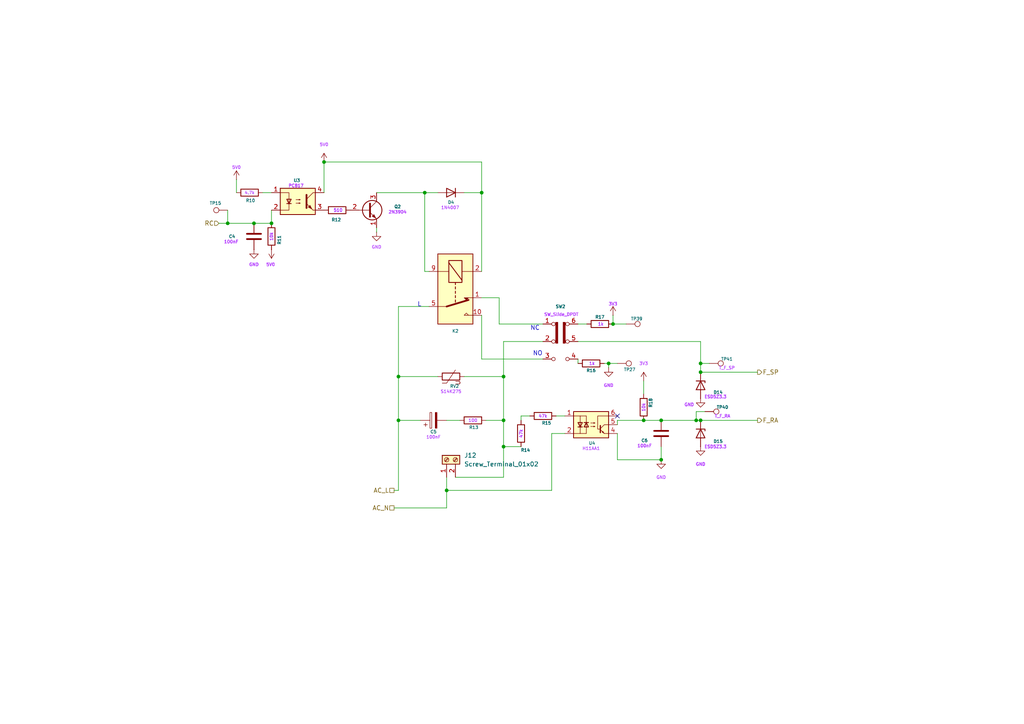
<source format=kicad_sch>
(kicad_sch (version 20250114) (generator "eeschema") (generator_version "9.0")
  (paper "A4")
  (title_block (title "Channel") (date "2025-06-27") (rev "1.0") (company "Nelees"))
  (lib_symbols
    (symbol "Connector:Screw_Terminal_01x02" (pin_names (offset 1.016) (hide yes))
      (property "Reference" "J" (at 0 2.54 0))
      (property "Value" "Screw_Terminal_01x02" (at 0 -5.08 0))
      (symbol "Screw_Terminal_01x02_1_1"
        (rectangle (start -1.27 1.27) (end 1.27 -3.81) (stroke (width 0.254)) (fill (type background)))
        (polyline (pts (xy -0.5334 0.3302) (xy 0.3302 -0.508)) (stroke (width 0.1524)))
        (polyline (pts (xy -0.5334 -2.2098) (xy 0.3302 -3.048)) (stroke (width 0.1524)))
        (polyline (pts (xy -0.3556 0.508) (xy 0.508 -0.3302)) (stroke (width 0.1524)))
        (polyline (pts (xy -0.3556 -2.032) (xy 0.508 -2.8702)) (stroke (width 0.1524)))
        (circle (center 0 0) (radius 0.635) (stroke (width 0.1524)))
        (circle (center 0 -2.54) (radius 0.635) (stroke (width 0.1524)))
        (pin passive line (at -5.08 0 0) (length 3.81) (name "Pin_1") (number "1"))
        (pin passive line (at -5.08 -2.54 0) (length 3.81) (name "Pin_2") (number "2"))
      )
    )
    (symbol "Connector:TestPoint" (pin_numbers (hide yes)) (pin_names (offset 0.762) (hide yes))
      (property "Reference" "TP" (at 0 6.858 0))
      (property "Value" "TestPoint" (at 0 5.08 0))
      (symbol "TestPoint_0_1"
        (circle (center 0 3.302) (radius 0.762))
      )
      (symbol "TestPoint_1_1"
        (pin passive line (at 0 0 90) (length 2.54) (name "1") (number "1"))
      )
    )
    (symbol "Device:C" (pin_numbers (hide yes)) (pin_names (offset 0.254))
      (property "Reference" "C" (at 0.635 2.54 0))
      (property "Value" "C" (at 0.635 -2.54 0))
      (symbol "C_0_1"
        (polyline (pts (xy -2.032 0.762) (xy 2.032 0.762)) (stroke (width 0.508)))
        (polyline (pts (xy -2.032 -0.762) (xy 2.032 -0.762)) (stroke (width 0.508)))
      )
      (symbol "C_1_1"
        (pin passive line (at 0 3.81 270) (length 2.794) (name "~") (number "1"))
        (pin passive line (at 0 -3.81 90) (length 2.794) (name "~") (number "2"))
      )
    )
    (symbol "Device:C_Polarized" (pin_numbers (hide yes)) (pin_names (offset 0.254))
      (property "Reference" "C" (at 0.635 2.54 0))
      (property "Value" "C_Polarized" (at 0.635 -2.54 0))
      (symbol "C_Polarized_0_1"
        (rectangle (start -2.286 0.508) (end 2.286 1.016))
        (polyline (pts (xy -1.778 2.286) (xy -0.762 2.286)))
        (polyline (pts (xy -1.27 2.794) (xy -1.27 1.778)))
        (rectangle (start 2.286 -0.508) (end -2.286 -1.016) (fill (type outline)))
      )
      (symbol "C_Polarized_1_1"
        (pin passive line (at 0 3.81 270) (length 2.794) (name "~") (number "1"))
        (pin passive line (at 0 -3.81 90) (length 2.794) (name "~") (number "2"))
      )
    )
    (symbol "Device:R" (pin_numbers (hide yes)) (pin_names (offset 0))
      (property "Reference" "R" (at 2.032 0 90))
      (property "Value" "R" (at 0 0 90))
      (symbol "R_0_1"
        (rectangle (start -1.016 -2.54) (end 1.016 2.54) (stroke (width 0.254)))
      )
      (symbol "R_1_1"
        (pin passive line (at 0 3.81 270) (length 1.27) (name "~") (number "1"))
        (pin passive line (at 0 -3.81 90) (length 1.27) (name "~") (number "2"))
      )
    )
    (symbol "Device:Varistor" (pin_numbers (hide yes)) (pin_names (offset 0))
      (property "Reference" "RV" (at 3.175 0 90))
      (property "Value" "Varistor" (at -3.175 0 90))
      (symbol "Varistor_0_0"
        (text "U" (at -1.778 -2.032 0) (effects (font (size 1.27 1.27))))
      )
      (symbol "Varistor_0_1"
        (polyline (pts (xy -1.905 2.54) (xy -1.905 1.27) (xy 1.905 -1.27)))
        (rectangle (start -1.016 -2.54) (end 1.016 2.54) (stroke (width 0.254)))
      )
      (symbol "Varistor_1_1"
        (pin passive line (at 0 3.81 270) (length 1.27) (name "~") (number "1"))
        (pin passive line (at 0 -3.81 90) (length 1.27) (name "~") (number "2"))
      )
    )
    (symbol "Diode:1N4007" (pin_numbers (hide yes)) (pin_names (hide yes))
      (property "Reference" "D" (at 0 2.54 0))
      (property "Value" "1N4007" (at 0 -2.54 0))
      (symbol "1N4007_0_1"
        (polyline (pts (xy -1.27 1.27) (xy -1.27 -1.27)) (stroke (width 0.254)))
        (polyline (pts (xy 1.27 1.27) (xy 1.27 -1.27) (xy -1.27 0) (xy 1.27 1.27)) (stroke (width 0.254)))
        (polyline (pts (xy 1.27 0) (xy -1.27 0)))
      )
      (symbol "1N4007_1_1"
        (pin passive line (at -3.81 0 0) (length 2.54) (name "K") (number "1"))
        (pin passive line (at 3.81 0 180) (length 2.54) (name "A") (number "2"))
      )
    )
    (symbol "Diode:ESD5Zxx" (pin_numbers (hide yes)) (pin_names (hide yes))
      (property "Reference" "D" (at 0 2.54 0))
      (property "Value" "ESD5Zxx" (at 0 -2.54 0))
      (symbol "ESD5Zxx_0_1"
        (polyline (pts (xy -1.27 -1.27) (xy -1.27 1.27) (xy -0.762 1.27)) (stroke (width 0.254)))
        (polyline (pts (xy 1.27 0) (xy -1.27 0)))
        (polyline (pts (xy 1.27 -1.27) (xy 1.27 1.27) (xy -1.27 0) (xy 1.27 -1.27)) (stroke (width 0.254)))
      )
      (symbol "ESD5Zxx_1_1"
        (pin passive line (at -3.81 0 0) (length 2.54) (name "K") (number "1"))
        (pin passive line (at 3.81 0 180) (length 2.54) (name "A") (number "2"))
      )
    )
    (symbol "GND_1" (power) (pin_numbers (hide yes)) (pin_names (offset 0) (hide yes))
      (property "Value" "GND" (at 0 -3.81 0))
      (symbol "GND_1_0_1"
        (polyline (pts (xy 0 0) (xy 0 -1.27) (xy 1.27 -1.27) (xy 0 -2.54) (xy -1.27 -1.27) (xy 0 -1.27)))
      )
      (symbol "GND_1_1_1"
        (pin power_in line (at 0 0 270) (length 0) (name "~") (number "1"))
      )
    )
    (symbol "Isolator:H11AA1"
      (property "Reference" "U" (at -5.334 4.953 0))
      (property "Value" "H11AA1" (at 0.635 4.953 0))
      (symbol "H11AA1_0_1"
        (polyline (pts (xy -2.032 0.635) (xy -0.762 0.635)) (stroke (width 0.254)))
        (polyline (pts (xy -1.397 2.54) (xy -3.175 2.54)) (stroke (width 0.1524)))
        (polyline (pts (xy -1.397 0.635) (xy -1.397 2.54)))
        (polyline (pts (xy -1.397 0.635) (xy -1.397 -0.635)))
        (polyline (pts (xy -1.397 0.635) (xy -2.032 -0.635) (xy -0.762 -0.635) (xy -1.397 0.635)) (stroke (width 0.254)))
        (polyline (pts (xy -1.397 -0.635) (xy -1.397 -2.54)))
        (polyline (pts (xy -1.397 -2.54) (xy -3.175 -2.54)) (stroke (width 0.1524)))
      )
      (symbol "H11AA1_1_1"
        (rectangle (start -5.08 3.81) (end 5.08 -3.81) (stroke (width 0.254)) (fill (type background)))
        (polyline (pts (xy -5.08 -2.54) (xy -3.175 -2.54) (xy -3.175 2.54) (xy -5.08 2.54)))
        (polyline (pts (xy -3.81 -0.635) (xy -2.54 -0.635)) (stroke (width 0.254)))
        (polyline (pts (xy -3.175 -0.635) (xy -3.81 0.635) (xy -2.54 0.635) (xy -3.175 -0.635)) (stroke (width 0.254)))
        (polyline (pts (xy -0.127 0.508) (xy 1.143 0.508) (xy 0.762 0.381) (xy 0.762 0.635) (xy 1.143 0.508)))
        (polyline (pts (xy -0.127 -0.508) (xy 1.143 -0.508) (xy 0.762 -0.635) (xy 0.762 -0.381) (xy 1.143 -0.508)))
        (polyline (pts (xy 2.667 -0.254) (xy 2.667 -2.286) (xy 2.667 -2.286)) (stroke (width 0.3556)))
        (polyline (pts (xy 2.667 -1.143) (xy 3.81 0)))
        (polyline (pts (xy 2.667 -1.397) (xy 3.81 -2.54)))
        (polyline (pts (xy 3.683 -2.413) (xy 3.429 -1.905) (xy 3.175 -2.159) (xy 3.683 -2.413)))
        (polyline (pts (xy 3.81 0) (xy 5.08 0)))
        (polyline (pts (xy 3.81 -2.54) (xy 5.08 -2.54)))
        (polyline (pts (xy 5.08 2.54) (xy 1.905 2.54) (xy 1.905 -1.27) (xy 2.54 -1.27)))
        (pin passive line (at -7.62 2.54 0) (length 2.54) (name "~") (number "1"))
        (pin passive line (at -7.62 -2.54 0) (length 2.54) (name "~") (number "2"))
        (pin no_connect line (at -5.08 0 0) (length 2.54) (hide yes) (name "NC") (number "3"))
        (pin passive line (at 7.62 2.54 180) (length 2.54) (name "~") (number "6"))
        (pin passive line (at 7.62 0 180) (length 2.54) (name "~") (number "5"))
        (pin passive line (at 7.62 -2.54 180) (length 2.54) (name "~") (number "4"))
      )
    )
    (symbol "Isolator:PC817" (pin_names (offset 1.016))
      (property "Reference" "U" (at -5.08 5.08 0))
      (property "Value" "PC817" (at 0 5.08 0))
      (symbol "PC817_0_1"
        (rectangle (start -5.08 3.81) (end 5.08 -3.81) (stroke (width 0.254)) (fill (type background)))
        (polyline (pts (xy -5.08 2.54) (xy -2.54 2.54) (xy -2.54 -0.635)))
        (polyline (pts (xy -3.175 -0.635) (xy -1.905 -0.635)) (stroke (width 0.254)))
        (polyline (pts (xy -2.54 -0.635) (xy -2.54 -2.54) (xy -5.08 -2.54)))
        (polyline (pts (xy -2.54 -0.635) (xy -3.175 0.635) (xy -1.905 0.635) (xy -2.54 -0.635)) (stroke (width 0.254)))
        (polyline (pts (xy -0.508 0.508) (xy 0.762 0.508) (xy 0.381 0.381) (xy 0.381 0.635) (xy 0.762 0.508)))
        (polyline (pts (xy -0.508 -0.508) (xy 0.762 -0.508) (xy 0.381 -0.635) (xy 0.381 -0.381) (xy 0.762 -0.508)))
        (polyline (pts (xy 2.54 1.905) (xy 2.54 -1.905) (xy 2.54 -1.905)) (stroke (width 0.508)))
        (polyline (pts (xy 2.54 0.635) (xy 4.445 2.54)))
        (polyline (pts (xy 3.048 -1.651) (xy 3.556 -1.143) (xy 4.064 -2.159) (xy 3.048 -1.651) (xy 3.048 -1.651)) (fill (type outline)))
        (polyline (pts (xy 4.445 2.54) (xy 5.08 2.54)))
        (polyline (pts (xy 4.445 -2.54) (xy 2.54 -0.635)) (fill (type outline)))
        (polyline (pts (xy 4.445 -2.54) (xy 5.08 -2.54)))
      )
      (symbol "PC817_1_1"
        (pin passive line (at -7.62 2.54 0) (length 2.54) (name "~") (number "1"))
        (pin passive line (at -7.62 -2.54 0) (length 2.54) (name "~") (number "2"))
        (pin passive line (at 7.62 2.54 180) (length 2.54) (name "~") (number "4"))
        (pin passive line (at 7.62 -2.54 180) (length 2.54) (name "~") (number "3"))
      )
    )
    (symbol "R_1" (pin_numbers (hide yes)) (pin_names (offset 0))
      (property "Reference" "R" (at 2.032 0 90))
      (property "Value" "R" (at 0 0 90))
      (symbol "R_1_0_1"
        (rectangle (start -1.016 -2.54) (end 1.016 2.54) (stroke (width 0.254)))
      )
      (symbol "R_1_1_1"
        (pin passive line (at 0 3.81 270) (length 1.27) (name "~") (number "1"))
        (pin passive line (at 0 -3.81 90) (length 1.27) (name "~") (number "2"))
      )
    )
    (symbol "Relay:G5V-1"
      (property "Reference" "K" (at 11.43 3.81 0))
      (property "Value" "G5V-1" (at 11.43 1.27 0))
      (symbol "G5V-1_0_0"
        (polyline (pts (xy 7.62 5.08) (xy 7.62 2.54) (xy 6.985 3.175) (xy 7.62 3.81)))
      )
      (symbol "G5V-1_0_1"
        (rectangle (start -10.16 5.08) (end 10.16 -5.08) (stroke (width 0.254)) (fill (type background)))
        (rectangle (start -8.255 1.905) (end -1.905 -1.905) (stroke (width 0.254)))
        (polyline (pts (xy -7.62 -1.905) (xy -2.54 1.905)) (stroke (width 0.254)))
        (polyline (pts (xy -5.08 5.08) (xy -5.08 1.905)))
        (polyline (pts (xy -5.08 -5.08) (xy -5.08 -1.905)))
        (polyline (pts (xy -1.905 0) (xy -1.27 0)) (stroke (width 0.254)))
        (polyline (pts (xy -0.635 0) (xy 0 0)) (stroke (width 0.254)))
        (polyline (pts (xy 0.635 0) (xy 1.27 0)) (stroke (width 0.254)))
        (polyline (pts (xy 1.905 0) (xy 2.54 0)) (stroke (width 0.254)))
        (polyline (pts (xy 2.54 5.08) (xy 2.54 2.54) (xy 3.175 3.175) (xy 2.54 3.81)) (fill (type outline)))
        (polyline (pts (xy 3.175 0) (xy 3.81 0)) (stroke (width 0.254)))
        (polyline (pts (xy 5.08 -2.54) (xy 3.175 3.81)) (stroke (width 0.508)))
        (polyline (pts (xy 5.08 -2.54) (xy 5.08 -5.08)))
      )
      (symbol "G5V-1_1_1"
        (pin passive line (at -5.08 7.62 270) (length 2.54) (name "~") (number "2"))
        (pin passive line (at -5.08 -7.62 90) (length 2.54) (name "~") (number "9"))
        (pin passive line (at 2.54 7.62 270) (length 2.54) (name "~") (number "1"))
        (pin passive line (at 5.08 -7.62 90) (length 2.54) (name "~") (number "5"))
        (pin passive line (at 5.08 -7.62 90) (length 2.54) (hide yes) (name "~") (number "6"))
        (pin passive line (at 7.62 7.62 270) (length 2.54) (name "~") (number "10"))
      )
    )
    (symbol "Transistor_BJT:2N3904" (pin_names (offset 0) (hide yes))
      (property "Reference" "Q" (at 5.08 1.905 0))
      (property "Value" "2N3904" (at 5.08 0 0))
      (symbol "2N3904_0_1"
        (polyline (pts (xy -2.54 0) (xy 0.635 0)))
        (polyline (pts (xy 0.635 1.905) (xy 0.635 -1.905)) (stroke (width 0.508)))
        (circle (center 1.27 0) (radius 2.8194) (stroke (width 0.254)))
      )
      (symbol "2N3904_1_1"
        (polyline (pts (xy 0.635 0.635) (xy 2.54 2.54)))
        (polyline (pts (xy 0.635 -0.635) (xy 2.54 -2.54)))
        (polyline (pts (xy 1.27 -1.778) (xy 1.778 -1.27) (xy 2.286 -2.286) (xy 1.27 -1.778)) (fill (type outline)))
        (pin input line (at -5.08 0 0) (length 2.54) (name "B") (number "2"))
        (pin passive line (at 2.54 5.08 270) (length 2.54) (name "C") (number "3"))
        (pin passive line (at 2.54 -5.08 90) (length 2.54) (name "E") (number "1"))
      )
    )
    (symbol "nelees:SW_Slide_DPDT" (pin_names (offset 0) (hide yes))
      (property "Reference" "SW" (at 0 6.858 0))
      (property "Value" "SW_Slide_DPDT" (at 0 -8.128 0))
      (symbol "SW_Slide_DPDT_0_0"
        (circle (center -2.032 5.08) (radius 0.508))
        (circle (center -2.032 -5.08) (radius 0.508))
        (circle (center 2.032 0) (radius 0.508))
        (circle (center 2.032 -5.08) (radius 0.508))
      )
      (symbol "SW_Slide_DPDT_0_1"
        (circle (center -2.032 0) (radius 0.508))
        (circle (center 2.032 5.08) (radius 0.508))
      )
      (symbol "SW_Slide_DPDT_1_1"
        (rectangle (start -1.397 5.588) (end -0.762 -0.508) (fill (type outline)))
        (rectangle (start 0.762 5.588) (end 1.397 -0.508) (fill (type outline)))
        (pin passive line (at -5.08 5.08 0) (length 2.54) (name "A") (number "1"))
        (pin passive line (at -5.08 0 0) (length 2.54) (name "B") (number "2"))
        (pin passive line (at -5.08 -5.08 0) (length 2.54) (name "C") (number "3"))
        (pin passive line (at 5.08 5.08 180) (length 2.54) (name "C") (number "6"))
        (pin passive line (at 5.08 0 180) (length 2.54) (name "B") (number "5"))
        (pin passive line (at 5.08 -5.08 180) (length 2.54) (name "A") (number "4"))
      )
    )
    (symbol "power:+3.3V" (power) (pin_numbers (hide yes)) (pin_names (offset 0) (hide yes))
      (property "Value" "+3.3V" (at 0 3.556 0))
      (symbol "+3.3V_0_1"
        (polyline (pts (xy -0.762 1.27) (xy 0 2.54)))
        (polyline (pts (xy 0 2.54) (xy 0.762 1.27)))
        (polyline (pts (xy 0 0) (xy 0 2.54)))
      )
      (symbol "+3.3V_1_1"
        (pin power_in line (at 0 0 90) (length 0) (name "~") (number "1"))
      )
    )
    (symbol "power:+3V3" (power) (pin_numbers (hide yes)) (pin_names (offset 0) (hide yes))
      (property "Value" "+3V3" (at 0 3.556 0))
      (symbol "+3V3_0_1"
        (polyline (pts (xy -0.762 1.27) (xy 0 2.54)))
        (polyline (pts (xy 0 2.54) (xy 0.762 1.27)))
        (polyline (pts (xy 0 0) (xy 0 2.54)))
      )
      (symbol "+3V3_1_1"
        (pin power_in line (at 0 0 90) (length 0) (name "~") (number "1"))
      )
    )
    (symbol "power:GND" (power) (pin_numbers (hide yes)) (pin_names (offset 0) (hide yes))
      (property "Value" "GND" (at 0 -3.81 0))
      (symbol "GND_0_1"
        (polyline (pts (xy 0 0) (xy 0 -1.27) (xy 1.27 -1.27) (xy 0 -2.54) (xy -1.27 -1.27) (xy 0 -1.27)))
      )
      (symbol "GND_1_1"
        (pin power_in line (at 0 0 270) (length 0) (name "~") (number "1"))
      )
    )
  )
  (text "L" (at 121.666 88.392 0) (effects (font (size 1.27 1.27))))
  (text "NC" (at 155.194 95.25 0) (effects (font (size 1.27 1.27))))
  (text "NO" (at 155.956 102.616 0) (effects (font (size 1.27 1.27))))
  (junction (at 115.57 109.22))
  (junction (at 129.54 142.24))
  (junction (at 146.05 109.22))
  (junction (at 115.57 121.92))
  (junction (at 66.04 64.77))
  (junction (at 191.77 133.35))
  (junction (at 203.2 105.41))
  (junction (at 93.98 46.99))
  (junction (at 191.77 121.92))
  (junction (at 78.74 64.77))
  (junction (at 201.93 121.92))
  (junction (at 186.69 121.92))
  (junction (at 176.53 105.41))
  (junction (at 146.05 121.92))
  (junction (at 123.19 55.88))
  (junction (at 146.05 129.54))
  (junction (at 73.66 64.77))
  (junction (at 203.2 107.95))
  (junction (at 177.8 93.98))
  (junction (at 203.2 121.92))
  (junction (at 139.7 55.88))
  (no_connect (at 179.07 120.65))
  (wire (pts (xy 167.64 104.14) (xy 167.64 105.41)))
  (wire (pts (xy 146.05 129.54) (xy 146.05 138.43)))
  (wire (pts (xy 146.05 99.06) (xy 146.05 109.22)))
  (wire (pts (xy 115.57 121.92) (xy 115.57 142.24)))
  (wire (pts (xy 115.57 109.22) (xy 127 109.22)))
  (wire (pts (xy 115.57 88.9) (xy 115.57 109.22)))
  (wire (pts (xy 134.62 55.88) (xy 139.7 55.88)))
  (wire (pts (xy 203.2 107.95) (xy 203.2 105.41)))
  (wire (pts (xy 78.74 60.96) (xy 78.74 64.77)))
  (wire (pts (xy 167.64 99.06) (xy 203.2 99.06)))
  (wire (pts (xy 177.8 91.44) (xy 177.8 93.98)))
  (wire (pts (xy 201.93 119.38) (xy 201.93 121.92)))
  (wire (pts (xy 109.22 67.31) (xy 109.22 66.04)))
  (wire (pts (xy 139.7 91.44) (xy 139.7 104.14)))
  (wire (pts (xy 123.19 55.88) (xy 109.22 55.88)))
  (wire (pts (xy 114.3 147.32) (xy 129.54 147.32)))
  (wire (pts (xy 203.2 107.95) (xy 219.71 107.95)))
  (wire (pts (xy 129.54 138.43) (xy 129.54 142.24)))
  (wire (pts (xy 73.66 64.77) (xy 78.74 64.77)))
  (wire (pts (xy 176.53 105.41) (xy 176.53 106.68)))
  (wire (pts (xy 186.69 121.92) (xy 179.07 121.92)))
  (wire (pts (xy 63.5 64.77) (xy 66.04 64.77)))
  (wire (pts (xy 66.04 60.96) (xy 66.04 64.77)))
  (wire (pts (xy 144.78 86.36) (xy 144.78 93.98)))
  (wire (pts (xy 186.69 110.49) (xy 186.69 114.3)))
  (wire (pts (xy 160.02 125.73) (xy 160.02 142.24)))
  (wire (pts (xy 68.58 52.07) (xy 68.58 55.88)))
  (wire (pts (xy 151.13 121.92) (xy 151.13 120.65)))
  (wire (pts (xy 191.77 121.92) (xy 201.93 121.92)))
  (wire (pts (xy 129.54 142.24) (xy 129.54 147.32)))
  (wire (pts (xy 140.97 121.92) (xy 146.05 121.92)))
  (wire (pts (xy 157.48 99.06) (xy 146.05 99.06)))
  (wire (pts (xy 177.8 93.98) (xy 181.61 93.98)))
  (wire (pts (xy 132.08 138.43) (xy 146.05 138.43)))
  (wire (pts (xy 151.13 120.65) (xy 153.67 120.65)))
  (wire (pts (xy 179.07 133.35) (xy 179.07 125.73)))
  (wire (pts (xy 139.7 104.14) (xy 157.48 104.14)))
  (wire (pts (xy 139.7 46.99) (xy 139.7 55.88)))
  (wire (pts (xy 134.62 109.22) (xy 146.05 109.22)))
  (wire (pts (xy 146.05 129.54) (xy 151.13 129.54)))
  (wire (pts (xy 115.57 88.9) (xy 124.46 88.9)))
  (wire (pts (xy 161.29 120.65) (xy 163.83 120.65)))
  (wire (pts (xy 205.74 105.41) (xy 203.2 105.41)))
  (wire (pts (xy 139.7 86.36) (xy 144.78 86.36)))
  (wire (pts (xy 66.04 64.77) (xy 73.66 64.77)))
  (wire (pts (xy 203.2 105.41) (xy 203.2 99.06)))
  (wire (pts (xy 191.77 129.54) (xy 191.77 133.35)))
  (wire (pts (xy 123.19 55.88) (xy 127 55.88)))
  (wire (pts (xy 139.7 55.88) (xy 139.7 78.74)))
  (wire (pts (xy 179.07 121.92) (xy 179.07 123.19)))
  (wire (pts (xy 175.26 105.41) (xy 176.53 105.41)))
  (wire (pts (xy 146.05 109.22) (xy 146.05 121.92)))
  (wire (pts (xy 115.57 109.22) (xy 115.57 121.92)))
  (wire (pts (xy 115.57 142.24) (xy 114.3 142.24)))
  (wire (pts (xy 129.54 142.24) (xy 160.02 142.24)))
  (wire (pts (xy 179.07 105.41) (xy 176.53 105.41)))
  (wire (pts (xy 163.83 125.73) (xy 160.02 125.73)))
  (wire (pts (xy 93.98 55.88) (xy 93.98 46.99)))
  (wire (pts (xy 133.35 121.92) (xy 129.54 121.92)))
  (wire (pts (xy 179.07 133.35) (xy 191.77 133.35)))
  (wire (pts (xy 121.92 121.92) (xy 115.57 121.92)))
  (wire (pts (xy 204.47 119.38) (xy 201.93 119.38)))
  (wire (pts (xy 201.93 121.92) (xy 203.2 121.92)))
  (wire (pts (xy 144.78 93.98) (xy 157.48 93.98)))
  (wire (pts (xy 146.05 121.92) (xy 146.05 129.54)))
  (wire (pts (xy 123.19 78.74) (xy 124.46 78.74)))
  (wire (pts (xy 93.98 46.99) (xy 139.7 46.99)))
  (wire (pts (xy 191.77 121.92) (xy 186.69 121.92)))
  (wire (pts (xy 167.64 93.98) (xy 170.18 93.98)))
  (wire (pts (xy 203.2 121.92) (xy 219.71 121.92)))
  (wire (pts (xy 76.2 55.88) (xy 78.74 55.88)))
  (wire (pts (xy 123.19 78.74) (xy 123.19 55.88)))
  (hierarchical_label "AC_L" (shape passive) (at 114.3 142.24 180))
  (hierarchical_label "F_SP" (shape output) (at 219.71 107.95 0))
  (hierarchical_label "AC_N" (shape passive) (at 114.3 147.32 180))
  (hierarchical_label "F_RA" (shape output) (at 219.71 121.92 0))
  (hierarchical_label "RC" (shape input) (at 63.5 64.77 180))
  (symbol (lib_id "Diode:ESD5Zxx") (at 203.2 111.76 270) (unit 1)
    (property "Reference" "D_ESD_F_SP" (at 208.28 113.792 90) (effects (font (size 0.889 0.889))))
    (property "Value" "ESD5Z3.3" (at 207.518 115.062 90) (effects (font (size 0.889 0.889))))
    (property "Footprint" "Diode_SMD:D_SOD-523" (effects (hide yes)))
    (property "Datasheet" "https://www.onsemi.com/pdf/datasheet/esd5z2.5t1-d.pdf" (effects (hide yes)))
    (property "Description" "ESD Protection Diode, SOD-523" (effects (hide yes)))
    (instances (project "MC_X2c" (path "" (reference "D14") (unit 1)) (path "" (reference "D31") (unit 1)) (path "" (reference "D32") (unit 1)) (path "" (reference "D36") (unit 1)) (path "" (reference "D2") (unit 1)) (path "" (reference "D29") (unit 1)) (path "" (reference "D30") (unit 1)) (path "" (reference "D34") (unit 1)) (path "" (reference "D_ESD_F_SP") (unit 1)) (path "" (reference "D37") (unit 1)) (path "" (reference "D35") (unit 1)) (path "" (reference "D33") (unit 1))))
  )
  (symbol (lib_id "power:+3V3") (at 177.8 91.44 0) (unit 1)
    (property "Reference" "#PWR030" (effects (hide yes)))
    (property "Value" "3V3" (at 177.8 88.138 0) (effects (font (size 0.889 0.889))))
    (property "Description" "Power symbol creates a global label with name \"+3V3\"" (effects (hide yes)))
    (instances (project "MC_X2c" (path "" (reference "#PWR0109") (unit 1)) (path "" (reference "#PWR060") (unit 1)) (path "" (reference "#PWR065") (unit 1)) (path "" (reference "#PWR093") (unit 1)) (path "" (reference "#PWR036") (unit 1)) (path "" (reference "#PWR044") (unit 1)) (path "" (reference "#PWR051") (unit 1)) (path "" (reference "#PWR079") (unit 1)) (path "" (reference "#PWR030") (unit 1)) (path "" (reference "#PWR0100") (unit 1)) (path "" (reference "#PWR086") (unit 1)) (path "" (reference "#PWR072") (unit 1))))
  )
  (symbol (lib_id "Device:R") (at 186.69 118.11 0) (unit 1)
    (property "Reference" "R_FRA_PULLUP" (at 188.722 116.84 90) (effects (font (size 0.889 0.889))))
    (property "Value" "10k" (at 186.69 118.11 90) (effects (font (size 0.889 0.889))))
    (property "Description" "Resistor" (effects (hide yes)))
    (instances (project "MC_X2c" (path "" (reference "R18") (unit 1)) (path "" (reference "R94") (unit 1)) (path "" (reference "R47") (unit 1)) (path "" (reference "R75") (unit 1)) (path "" (reference "R9") (unit 1)) (path "" (reference "R26") (unit 1)) (path "" (reference "R33") (unit 1)) (path "" (reference "R61") (unit 1)) (path "" (reference "R_FRA_PULLUP") (unit 1)) (path "" (reference "R82") (unit 1)) (path "" (reference "R68") (unit 1)) (path "" (reference "R54") (unit 1))))
  )
  (symbol (lib_name "GND_1") (lib_id "power:GND") (at 73.66 72.39 0) (unit 1)
    (property "Reference" "#PWR0122" (effects (hide yes)))
    (property "Value" "GND" (at 73.66 76.708 0) (effects (font (size 0.889 0.889))))
    (property "Description" "Power symbol creates a global label with name \"GND\" , ground" (effects (hide yes)))
    (instances (project "MC_X2c" (path "" (reference "#PWR0104") (unit 1)) (path "" (reference "#PWR055") (unit 1)) (path "" (reference "#PWR0127") (unit 1)) (path "" (reference "#PWR0131") (unit 1)) (path "" (reference "#PWR02") (unit 1)) (path "" (reference "#PWR0124") (unit 1)) (path "" (reference "#PWR0125") (unit 1)) (path "" (reference "#PWR0129") (unit 1)) (path "" (reference "#PWR0122") (unit 1)) (path "" (reference "#PWR0132") (unit 1)) (path "" (reference "#PWR0130") (unit 1)) (path "" (reference "#PWR0128") (unit 1))))
  )
  (symbol (lib_id "Isolator:H11AA1") (at 171.45 123.19 0) (unit 1)
    (property "Reference" "OPTO_RA_FEEDBACK" (at 171.704 128.524 0) (effects (font (size 0.889 0.889))))
    (property "Value" "H11AA1" (at 171.45 130.048 0) (effects (font (size 0.889 0.889))))
    (property "Footprint" "Package_DIP:DIP-6_W7.62mm" (effects (hide yes)))
    (property "Datasheet" "https://www.vishay.com/docs/83608/h11aa1.pdf" (effects (hide yes)))
    (property "Description" "AC/DC NPN Optocoupler, DIP-6" (effects (hide yes)))
    (instances (project "MC_X2c" (path "" (reference "U4") (unit 1)) (path "" (reference "U12") (unit 1)) (path "" (reference "U14") (unit 1)) (path "" (reference "U22") (unit 1)) (path "" (reference "U2") (unit 1)) (path "" (reference "U8") (unit 1)) (path "" (reference "U10") (unit 1)) (path "" (reference "U18") (unit 1)) (path "" (reference "OPTO_RA_FEEDBACK") (unit 1)) (path "" (reference "U24") (unit 1)) (path "" (reference "U20") (unit 1)) (path "" (reference "U16") (unit 1))))
  )
  (symbol (lib_id "power:GND") (at 203.2 129.54 0) (unit 1)
    (property "Reference" "#PWR0144" (effects (hide yes)))
    (property "Value" "GND" (at 203.2 134.62 0) (effects (font (size 0.889 0.889))))
    (property "Description" "Power symbol creates a global label with name \"GND\" , ground" (effects (hide yes)))
    (instances (project "MC_X2c" (path "" (reference "#PWR0145") (unit 1)) (path "" (reference "#PWR0148") (unit 1)) (path "" (reference "#PWR0149") (unit 1)) (path "" (reference "#PWR0153") (unit 1)) (path "" (reference "#PWR0111") (unit 1)) (path "" (reference "#PWR0146") (unit 1)) (path "" (reference "#PWR0147") (unit 1)) (path "" (reference "#PWR0151") (unit 1)) (path "" (reference "#PWR0144") (unit 1)) (path "" (reference "#PWR0154") (unit 1)) (path "" (reference "#PWR0152") (unit 1)) (path "" (reference "#PWR0150") (unit 1))))
  )
  (symbol (lib_id "Device:R") (at 151.13 125.73 0) (unit 1)
    (property "Reference" "R_OPTO_RA_AC1_" (at 152.4 130.556 0) (effects (font (size 0.889 0.889))))
    (property "Value" "47k" (at 151.13 125.73 90) (effects (font (size 0.889 0.889))))
    (property "Description" "Resistor" (effects (hide yes)))
    (instances (project "MC_X2c" (path "" (reference "R14") (unit 1)) (path "" (reference "R37") (unit 1)) (path "" (reference "R43") (unit 1)) (path "" (reference "R71") (unit 1)) (path "" (reference "R5") (unit 1)) (path "" (reference "R22") (unit 1)) (path "" (reference "R29") (unit 1)) (path "" (reference "R57") (unit 1)) (path "" (reference "R_OPTO_RA_AC1_") (unit 1)) (path "" (reference "R78") (unit 1)) (path "" (reference "R64") (unit 1)) (path "" (reference "R50") (unit 1))))
  )
  (symbol (lib_id "power:+3.3V") (at 93.98 46.99 0) (unit 1)
    (property "Reference" "#PWR027" (effects (hide yes)))
    (property "Value" "5V0" (at 93.98 41.91 0) (effects (font (size 0.889 0.889))))
    (property "Description" "Power symbol creates a global label with name \"+3.3V\"" (effects (hide yes)))
    (instances (project "MC_X2c" (path "" (reference "#PWR0106") (unit 1)) (path "" (reference "#PWR057") (unit 1)) (path "" (reference "#PWR062") (unit 1)) (path "" (reference "#PWR090") (unit 1)) (path "" (reference "#PWR033") (unit 1)) (path "" (reference "#PWR041") (unit 1)) (path "" (reference "#PWR048") (unit 1)) (path "" (reference "#PWR076") (unit 1)) (path "" (reference "#PWR027") (unit 1)) (path "" (reference "#PWR097") (unit 1)) (path "" (reference "#PWR083") (unit 1)) (path "" (reference "#PWR069") (unit 1))))
  )
  (symbol (lib_id "Device:R") (at 173.99 93.98 90) (unit 1)
    (property "Reference" "R_HI_LIMIT" (at 173.99 91.948 90) (effects (font (size 0.889 0.889))))
    (property "Value" "1k" (at 174.244 93.98 90) (effects (font (size 0.889 0.889))))
    (property "Description" "Resistor" (effects (hide yes)))
    (instances (project "MC_X2c" (path "" (reference "R17") (unit 1)) (path "" (reference "R40") (unit 1)) (path "" (reference "R46") (unit 1)) (path "" (reference "R74") (unit 1)) (path "" (reference "R8") (unit 1)) (path "" (reference "R25") (unit 1)) (path "" (reference "R32") (unit 1)) (path "" (reference "R60") (unit 1)) (path "" (reference "R_HI_LIMIT") (unit 1)) (path "" (reference "R81") (unit 1)) (path "" (reference "R67") (unit 1)) (path "" (reference "R53") (unit 1))))
  )
  (symbol (lib_id "Connector:Screw_Terminal_01x02") (at 129.54 133.35 90) (unit 1)
    (property "Reference" "J1" (at 134.62 132.0799 90) (effects (justify right)))
    (property "Value" "Screw_Terminal_01x02" (at 134.62 134.6199 90) (effects (justify right)))
    (property "Description" "Generic screw terminal, single row, 01x02, script generated (kicad-library-utils/schlib/autogen/connector/)" (effects (hide yes)))
    (instances (project "" (path "" (reference "J12") (unit 1)) (path "" (reference "J5") (unit 1)) (path "" (reference "J6") (unit 1)) (path "" (reference "J10") (unit 1)) (path "" (reference "J2") (unit 1)) (path "" (reference "J3") (unit 1)) (path "" (reference "J4") (unit 1)) (path "" (reference "J8") (unit 1)) (path "" (reference "J1") (unit 1)) (path "" (reference "J11") (unit 1)) (path "" (reference "J9") (unit 1)) (path "" (reference "J7") (unit 1))))
  )
  (symbol (lib_id "nelees:SW_Slide_DPDT") (at 162.56 99.06 0) (unit 1)
    (property "Reference" "RELAY_MODE_SEL" (at 162.56 88.9 0) (effects (font (size 0.889 0.889))))
    (property "Value" "SW_Slide_DPDT" (at 162.814 91.186 0) (effects (font (size 0.889 0.889))))
    (property "Footprint" "nelees:SW_CK_JS202011CQN_DPDT_Straight" (effects (hide yes)))
    (property "Description" "Slide Switch, dual pole double throw" (effects (hide yes)))
    (instances (project "MC_X2c" (path "" (reference "SW2") (unit 1)) (path "" (reference "SW5") (unit 1)) (path "" (reference "SW6") (unit 1)) (path "" (reference "SW10") (unit 1)) (path "" (reference "SW1") (unit 1)) (path "" (reference "SW3") (unit 1)) (path "" (reference "SW4") (unit 1)) (path "" (reference "SW8") (unit 1)) (path "" (reference "RELAY_MODE_SEL") (unit 1)) (path "" (reference "SW11") (unit 1)) (path "" (reference "SW9") (unit 1)) (path "" (reference "SW7") (unit 1))))
  )
  (symbol (lib_id "Relay:G5V-1") (at 132.08 83.82 270) (unit 1)
    (property "Reference" "CH_RELAY" (at 132.08 96.012 90) (effects (font (size 0.889 0.889))))
    (property "Value" "Channel" (effects (hide yes)))
    (property "Footprint" "Relay_THT:Relay_SPDT_Omron_G5V-1" (effects (hide yes)))
    (property "Datasheet" "http://omronfs.omron.com/en_US/ecb/products/pdf/en-g5v_1.pdf" (effects (hide yes)))
    (property "Description" "Ultra-miniature, Highly Sensitive SPDT Relay for Signal Circuits" (effects (hide yes)))
    (instances (project "MC_X2c" (path "" (reference "K2") (unit 1)) (path "" (reference "K5") (unit 1)) (path "" (reference "K6") (unit 1)) (path "" (reference "K10") (unit 1)) (path "" (reference "K1") (unit 1)) (path "" (reference "K3") (unit 1)) (path "" (reference "K4") (unit 1)) (path "" (reference "K8") (unit 1)) (path "" (reference "CH_RELAY") (unit 1)) (path "" (reference "K11") (unit 1)) (path "" (reference "K9") (unit 1)) (path "" (reference "K7") (unit 1))))
  )
  (symbol (lib_id "Connector:TestPoint") (at 181.61 93.98 270) (unit 1)
    (property "Reference" "T_3V3" (at 184.658 92.456 90) (effects (font (size 0.889 0.889))))
    (property "Value" "T_3V3" (effects (hide yes)))
    (property "Description" "test point" (effects (hide yes)))
    (instances (project "MC_X2c" (path "" (reference "TP39") (unit 1)) (path "" (reference "TP44") (unit 1)) (path "" (reference "TP45") (unit 1)) (path "" (reference "TP49") (unit 1)) (path "" (reference "TP17") (unit 1)) (path "" (reference "TP42") (unit 1)) (path "" (reference "TP43") (unit 1)) (path "" (reference "TP47") (unit 1)) (path "" (reference "T_3V3") (unit 1)) (path "" (reference "TP50") (unit 1)) (path "" (reference "TP48") (unit 1)) (path "" (reference "TP46") (unit 1))))
  )
  (symbol (lib_id "Transistor_BJT:2N3904") (at 106.68 60.96 0) (unit 1)
    (property "Reference" "Q_RELAY_DRV" (at 115.316 59.944 0) (effects (font (size 0.889 0.889))))
    (property "Value" "2N3904" (at 115.316 61.468 0) (effects (font (size 0.889 0.889))))
    (property "Footprint" "Package_TO_SOT_THT:TO-92_Inline" (effects (hide yes)))
    (property "Datasheet" "https://www.onsemi.com/pub/Collateral/2N3903-D.PDF" (effects (hide yes)))
    (property "Description" "0.2A Ic, 40V Vce, Small Signal NPN Transistor, TO-92" (effects (hide yes)))
    (instances (project "MC_X2c" (path "" (reference "Q2") (unit 1)) (path "" (reference "Q5") (unit 1)) (path "" (reference "Q6") (unit 1)) (path "" (reference "Q10") (unit 1)) (path "" (reference "Q1") (unit 1)) (path "" (reference "Q3") (unit 1)) (path "" (reference "Q4") (unit 1)) (path "" (reference "Q8") (unit 1)) (path "" (reference "Q_RELAY_DRV") (unit 1)) (path "" (reference "Q11") (unit 1)) (path "" (reference "Q9") (unit 1)) (path "" (reference "Q7") (unit 1))))
  )
  (symbol (lib_id "power:+3V3") (at 186.69 110.49 0) (unit 1)
    (property "Reference" "#PWR031" (effects (hide yes)))
    (property "Value" "3V3" (at 186.69 105.41 0) (effects (font (size 0.889 0.889))))
    (property "Description" "Power symbol creates a global label with name \"+3V3\"" (effects (hide yes)))
    (instances (project "MC_X2c" (path "" (reference "#PWR0121") (unit 1)) (path "" (reference "#PWR0114") (unit 1)) (path "" (reference "#PWR066") (unit 1)) (path "" (reference "#PWR094") (unit 1)) (path "" (reference "#PWR037") (unit 1)) (path "" (reference "#PWR045") (unit 1)) (path "" (reference "#PWR052") (unit 1)) (path "" (reference "#PWR080") (unit 1)) (path "" (reference "#PWR031") (unit 1)) (path "" (reference "#PWR0101") (unit 1)) (path "" (reference "#PWR087") (unit 1)) (path "" (reference "#PWR073") (unit 1))))
  )
  (symbol (lib_id "power:GND") (at 191.77 133.35 0) (unit 1)
    (property "Reference" "#PWR032" (effects (hide yes)))
    (property "Value" "GND" (at 191.77 138.43 0) (effects (font (size 0.889 0.889))))
    (property "Description" "Power symbol creates a global label with name \"GND\" , ground" (effects (hide yes)))
    (instances (project "MC_X2c" (path "" (reference "#PWR0123") (unit 1)) (path "" (reference "#PWR0126") (unit 1)) (path "" (reference "#PWR067") (unit 1)) (path "" (reference "#PWR095") (unit 1)) (path "" (reference "#PWR038") (unit 1)) (path "" (reference "#PWR046") (unit 1)) (path "" (reference "#PWR053") (unit 1)) (path "" (reference "#PWR081") (unit 1)) (path "" (reference "#PWR032") (unit 1)) (path "" (reference "#PWR0102") (unit 1)) (path "" (reference "#PWR088") (unit 1)) (path "" (reference "#PWR074") (unit 1))))
  )
  (symbol (lib_name "GND_1") (lib_id "power:GND") (at 109.22 67.31 0) (unit 1)
    (property "Reference" "#PWR028" (effects (hide yes)))
    (property "Value" "GND" (at 109.22 71.628 0) (effects (font (size 0.889 0.889))))
    (property "Description" "Power symbol creates a global label with name \"GND\" , ground" (effects (hide yes)))
    (instances (project "MC_X2c" (path "" (reference "#PWR0107") (unit 1)) (path "" (reference "#PWR058") (unit 1)) (path "" (reference "#PWR063") (unit 1)) (path "" (reference "#PWR091") (unit 1)) (path "" (reference "#PWR034") (unit 1)) (path "" (reference "#PWR042") (unit 1)) (path "" (reference "#PWR049") (unit 1)) (path "" (reference "#PWR077") (unit 1)) (path "" (reference "#PWR028") (unit 1)) (path "" (reference "#PWR098") (unit 1)) (path "" (reference "#PWR084") (unit 1)) (path "" (reference "#PWR070") (unit 1))))
  )
  (symbol (lib_id "Device:R") (at 137.16 121.92 90) (unit 1)
    (property "Reference" "R_SNUB_CH" (at 137.414 123.952 90) (effects (font (size 0.889 0.889))))
    (property "Value" "100" (at 137.16 121.92 90) (effects (font (size 0.889 0.889))))
    (property "Description" "Resistor" (effects (hide yes)))
    (instances (project "MC_X2c" (path "" (reference "R13") (unit 1)) (path "" (reference "R124") (unit 1)) (path "" (reference "R125") (unit 1)) (path "" (reference "R129") (unit 1)) (path "" (reference "R4") (unit 1)) (path "" (reference "R122") (unit 1)) (path "" (reference "R123") (unit 1)) (path "" (reference "R127") (unit 1)) (path "" (reference "R_SNUB_CH") (unit 1)) (path "" (reference "R130") (unit 1)) (path "" (reference "R128") (unit 1)) (path "" (reference "R126") (unit 1))))
  )
  (symbol (lib_id "Device:C") (at 191.77 125.73 0) (unit 1)
    (property "Reference" "C_FRA_FILTER" (at 186.944 127.762 0) (effects (font (size 0.889 0.889))))
    (property "Value" "100nF" (at 186.944 129.286 0) (effects (font (size 0.889 0.889))))
    (property "Description" "Unpolarized capacitor" (effects (hide yes)))
    (instances (project "MC_X2c" (path "" (reference "C6") (unit 1)) (path "" (reference "C26") (unit 1)) (path "" (reference "C15") (unit 1)) (path "" (reference "C19") (unit 1)) (path "" (reference "C3") (unit 1)) (path "" (reference "C12") (unit 1)) (path "" (reference "C13") (unit 1)) (path "" (reference "C17") (unit 1)) (path "" (reference "C_FRA_FILTER") (unit 1)) (path "" (reference "C20") (unit 1)) (path "" (reference "C18") (unit 1)) (path "" (reference "C16") (unit 1))))
  )
  (symbol (lib_id "Device:C") (at 73.66 68.58 0) (unit 1)
    (property "Reference" "C_RC_FILTER" (at 67.31 68.58 0) (effects (font (size 0.889 0.889))))
    (property "Value" "100nF" (at 67.056 70.104 0) (effects (font (size 0.889 0.889))))
    (property "Description" "Unpolarized capacitor" (effects (hide yes)))
    (instances (project "MC_X2c" (path "" (reference "C4") (unit 1)) (path "" (reference "C14") (unit 1)) (path "" (reference "C27") (unit 1)) (path "" (reference "C31") (unit 1)) (path "" (reference "C1") (unit 1)) (path "" (reference "C24") (unit 1)) (path "" (reference "C25") (unit 1)) (path "" (reference "C29") (unit 1)) (path "" (reference "C_RC_FILTER") (unit 1)) (path "" (reference "C32") (unit 1)) (path "" (reference "C30") (unit 1)) (path "" (reference "C28") (unit 1))))
  )
  (symbol (lib_id "Isolator:PC817") (at 86.36 58.42 0) (unit 1)
    (property "Reference" "OPTO_RC_CTRL" (at 86.106 52.324 0) (effects (font (size 0.889 0.889))))
    (property "Value" "PC817" (at 85.852 53.848 0) (effects (font (size 0.889 0.889))))
    (property "Footprint" "Package_DIP:DIP-4_W7.62mm" (effects (hide yes)))
    (property "Datasheet" "http://www.soselectronic.cz/a_info/resource/d/pc817.pdf" (effects (hide yes)))
    (property "Description" "DC Optocoupler, Vce 35V, CTR 50-300%, DIP-4" (effects (hide yes)))
    (instances (project "MC_X2c" (path "" (reference "U3") (unit 1)) (path "" (reference "U11") (unit 1)) (path "" (reference "U13") (unit 1)) (path "" (reference "U21") (unit 1)) (path "" (reference "U1") (unit 1)) (path "" (reference "U7") (unit 1)) (path "" (reference "U9") (unit 1)) (path "" (reference "U17") (unit 1)) (path "" (reference "OPTO_RC_CTRL") (unit 1)) (path "" (reference "U23") (unit 1)) (path "" (reference "U19") (unit 1)) (path "" (reference "U15") (unit 1))))
  )
  (symbol (lib_name "R_1") (lib_id "Device:R") (at 171.45 105.41 270) (unit 1)
    (property "Reference" "R_LOW_LIMIT" (at 171.45 107.442 90) (effects (font (size 0.889 0.889))))
    (property "Value" "1k" (at 171.704 105.41 90) (effects (font (size 0.889 0.889))))
    (property "Description" "Resistor" (effects (hide yes)))
    (instances (project "MC_X2c" (path "" (reference "R16") (unit 1)) (path "" (reference "R39") (unit 1)) (path "" (reference "R45") (unit 1)) (path "" (reference "R73") (unit 1)) (path "" (reference "R7") (unit 1)) (path "" (reference "R24") (unit 1)) (path "" (reference "R31") (unit 1)) (path "" (reference "R59") (unit 1)) (path "" (reference "R_LOW_LIMIT") (unit 1)) (path "" (reference "R80") (unit 1)) (path "" (reference "R66") (unit 1)) (path "" (reference "R52") (unit 1))))
  )
  (symbol (lib_id "Connector:TestPoint") (at 204.47 119.38 270) (unit 1)
    (property "Reference" "TP16" (at 209.55 118.1099 90) (effects (font (size 0.889 0.889))))
    (property "Value" "T_F_RA" (at 209.55 120.6499 90) (effects (font (size 0.889 0.889))))
    (property "Description" "test point" (effects (hide yes)))
    (instances (project "MC_X2c" (path "" (reference "TP40") (unit 1)) (path "" (reference "TP20") (unit 1)) (path "" (reference "TP21") (unit 1)) (path "" (reference "TP25") (unit 1)) (path "" (reference "TP28") (unit 1)) (path "" (reference "TP18") (unit 1)) (path "" (reference "TP19") (unit 1)) (path "" (reference "TP23") (unit 1)) (path "" (reference "TP16") (unit 1)) (path "" (reference "TP26") (unit 1)) (path "" (reference "TP24") (unit 1)) (path "" (reference "TP22") (unit 1))))
  )
  (symbol (lib_id "Diode:1N4007") (at 130.81 55.88 180) (unit 1)
    (property "Reference" "D_RELAY_FLYBACK" (at 130.81 58.674 0) (effects (font (size 0.889 0.889))))
    (property "Value" "1N4007" (at 130.556 60.198 0) (effects (font (size 0.889 0.889))))
    (property "Footprint" "Diode_THT:D_DO-41_SOD81_P10.16mm_Horizontal" (effects (hide yes)))
    (property "Datasheet" "http://www.vishay.com/docs/88503/1n4001.pdf" (effects (hide yes)))
    (property "Description" "1000V 1A General Purpose Rectifier Diode, DO-41" (effects (hide yes)))
    (property "Sim.Device" "D" (effects (hide yes)))
    (property "Sim.Pins" "1=K 2=A" (effects (hide yes)))
    (instances (project "MC_X2c" (path "" (reference "D4") (unit 1)) (path "" (reference "D7") (unit 1)) (path "" (reference "D8") (unit 1)) (path "" (reference "D12") (unit 1)) (path "" (reference "D1") (unit 1)) (path "" (reference "D5") (unit 1)) (path "" (reference "D6") (unit 1)) (path "" (reference "D10") (unit 1)) (path "" (reference "D_RELAY_FLYBACK") (unit 1)) (path "" (reference "D13") (unit 1)) (path "" (reference "D11") (unit 1)) (path "" (reference "D9") (unit 1))))
  )
  (symbol (lib_id "power:GND") (at 203.2 115.57 0) (unit 1)
    (property "Reference" "#PWR0156" (effects (hide yes)))
    (property "Value" "GND" (at 199.898 117.348 0) (effects (font (size 0.889 0.889))))
    (property "Description" "Power symbol creates a global label with name \"GND\" , ground" (effects (hide yes)))
    (instances (project "MC_X2c" (path "" (reference "#PWR0133") (unit 1)) (path "" (reference "#PWR0160") (unit 1)) (path "" (reference "#PWR0161") (unit 1)) (path "" (reference "#PWR0165") (unit 1)) (path "" (reference "#PWR039") (unit 1)) (path "" (reference "#PWR0158") (unit 1)) (path "" (reference "#PWR0159") (unit 1)) (path "" (reference "#PWR0163") (unit 1)) (path "" (reference "#PWR0156") (unit 1)) (path "" (reference "#PWR0166") (unit 1)) (path "" (reference "#PWR0164") (unit 1)) (path "" (reference "#PWR0162") (unit 1))))
  )
  (symbol (lib_id "Device:R") (at 78.74 68.58 0) (unit 1)
    (property "Reference" "R_RELAY_PULLUP" (at 81.026 69.596 90) (effects (font (size 0.889 0.889))))
    (property "Value" "10k" (at 78.74 68.58 90) (effects (font (size 0.889 0.889))))
    (property "Description" "Resistor" (effects (hide yes)))
    (instances (project "MC_X2c" (path "" (reference "R11") (unit 1)) (path "" (reference "R35") (unit 1)) (path "" (reference "R95") (unit 1)) (path "" (reference "R99") (unit 1)) (path "" (reference "R2") (unit 1)) (path "" (reference "R92") (unit 1)) (path "" (reference "R93") (unit 1)) (path "" (reference "R97") (unit 1)) (path "" (reference "R_RELAY_PULLUP") (unit 1)) (path "" (reference "R100") (unit 1)) (path "" (reference "R98") (unit 1)) (path "" (reference "R96") (unit 1))))
  )
  (symbol (lib_id "power:GND") (at 176.53 106.68 0) (unit 1)
    (property "Reference" "#PWR029" (effects (hide yes)))
    (property "Value" "GND" (at 176.53 111.76 0) (effects (font (size 0.889 0.889))))
    (property "Description" "Power symbol creates a global label with name \"GND\" , ground" (effects (hide yes)))
    (instances (project "MC_X2c" (path "" (reference "#PWR0108") (unit 1)) (path "" (reference "#PWR059") (unit 1)) (path "" (reference "#PWR064") (unit 1)) (path "" (reference "#PWR092") (unit 1)) (path "" (reference "#PWR035") (unit 1)) (path "" (reference "#PWR043") (unit 1)) (path "" (reference "#PWR050") (unit 1)) (path "" (reference "#PWR078") (unit 1)) (path "" (reference "#PWR029") (unit 1)) (path "" (reference "#PWR099") (unit 1)) (path "" (reference "#PWR085") (unit 1)) (path "" (reference "#PWR071") (unit 1))))
  )
  (symbol (lib_id "Device:R") (at 157.48 120.65 90) (unit 1)
    (property "Reference" "R_OPTO_RA_AC2_" (at 158.496 122.682 90) (effects (font (size 0.889 0.889))))
    (property "Value" "47k" (at 157.48 120.65 90) (effects (font (size 0.889 0.889))))
    (property "Description" "Resistor" (effects (hide yes)))
    (instances (project "MC_X2c" (path "" (reference "R15") (unit 1)) (path "" (reference "R38") (unit 1)) (path "" (reference "R44") (unit 1)) (path "" (reference "R72") (unit 1)) (path "" (reference "R6") (unit 1)) (path "" (reference "R23") (unit 1)) (path "" (reference "R30") (unit 1)) (path "" (reference "R58") (unit 1)) (path "" (reference "R_OPTO_RA_AC2_") (unit 1)) (path "" (reference "R79") (unit 1)) (path "" (reference "R65") (unit 1)) (path "" (reference "R51") (unit 1))))
  )
  (symbol (lib_id "Connector:TestPoint") (at 205.74 105.41 270) (unit 1)
    (property "Reference" "TP4" (at 210.82 104.1399 90) (effects (font (size 0.889 0.889))))
    (property "Value" "T_F_SP" (at 210.82 106.6799 90) (effects (font (size 0.889 0.889))))
    (property "Description" "test point" (effects (hide yes)))
    (instances (project "" (path "" (reference "TP41") (unit 1)) (path "" (reference "TP8") (unit 1)) (path "" (reference "TP9") (unit 1)) (path "" (reference "TP13") (unit 1)) (path "" (reference "TP29") (unit 1)) (path "" (reference "TP6") (unit 1)) (path "" (reference "TP7") (unit 1)) (path "" (reference "TP11") (unit 1)) (path "" (reference "TP4") (unit 1)) (path "" (reference "TP14") (unit 1)) (path "" (reference "TP12") (unit 1)) (path "" (reference "TP10") (unit 1))))
  )
  (symbol (lib_id "power:+3.3V") (at 68.58 52.07 0) (unit 1)
    (property "Reference" "#PWR026" (effects (hide yes)))
    (property "Value" "5V0" (at 68.58 48.514 0) (effects (font (size 0.889 0.889))))
    (property "Description" "Power symbol creates a global label with name \"+3.3V\"" (effects (hide yes)))
    (instances (project "MC_X2c" (path "" (reference "#PWR0103") (unit 1)) (path "" (reference "#PWR054") (unit 1)) (path "" (reference "#PWR061") (unit 1)) (path "" (reference "#PWR089") (unit 1)) (path "" (reference "#PWR01") (unit 1)) (path "" (reference "#PWR040") (unit 1)) (path "" (reference "#PWR047") (unit 1)) (path "" (reference "#PWR075") (unit 1)) (path "" (reference "#PWR026") (unit 1)) (path "" (reference "#PWR096") (unit 1)) (path "" (reference "#PWR082") (unit 1)) (path "" (reference "#PWR068") (unit 1))))
  )
  (symbol (lib_id "Device:R") (at 97.79 60.96 270) (unit 1)
    (property "Reference" "R_DRV_BASE" (at 97.536 63.754 90) (effects (font (size 0.889 0.889))))
    (property "Value" "510" (at 98.044 60.96 90) (effects (font (size 0.889 0.889))))
    (property "Description" "Resistor" (effects (hide yes)))
    (instances (project "MC_X2c" (path "" (reference "R12") (unit 1)) (path "" (reference "R36") (unit 1)) (path "" (reference "R42") (unit 1)) (path "" (reference "R70") (unit 1)) (path "" (reference "R3") (unit 1)) (path "" (reference "R21") (unit 1)) (path "" (reference "R28") (unit 1)) (path "" (reference "R56") (unit 1)) (path "" (reference "R_DRV_BASE") (unit 1)) (path "" (reference "R77") (unit 1)) (path "" (reference "R63") (unit 1)) (path "" (reference "R49") (unit 1))))
  )
  (symbol (lib_id "Device:Varistor") (at 130.81 109.22 90) (unit 1)
    (property "Reference" "MOV_CH_PROTECT" (at 131.826 112.014 90) (effects (font (size 0.889 0.889))))
    (property "Value" "S14K275" (at 130.81 113.538 90) (effects (font (size 0.889 0.889))))
    (property "Description" "Voltage dependent resistor" (effects (hide yes)))
    (property "Sim.Name" "kicad_builtin_varistor" (effects (hide yes)))
    (property "Sim.Device" "SUBCKT" (effects (hide yes)))
    (property "Sim.Pins" "1=A 2=B" (effects (hide yes)))
    (property "Sim.Params" "threshold=1k" (effects (hide yes)))
    (property "Sim.Library" "${KICAD9_SYMBOL_DIR}/Simulation_SPICE.sp" (effects (hide yes)))
    (instances (project "MC_X2c" (path "" (reference "RV2") (unit 1)) (path "" (reference "RV6") (unit 1)) (path "" (reference "RV7") (unit 1)) (path "" (reference "RV11") (unit 1)) (path "" (reference "RV1") (unit 1)) (path "" (reference "RV4") (unit 1)) (path "" (reference "RV5") (unit 1)) (path "" (reference "RV9") (unit 1)) (path "" (reference "MOV_CH_PROTECT") (unit 1)) (path "" (reference "RV12") (unit 1)) (path "" (reference "RV10") (unit 1)) (path "" (reference "RV8") (unit 1))))
  )
  (symbol (lib_id "Diode:ESD5Zxx") (at 203.2 125.73 270) (unit 1)
    (property "Reference" "D_ESD_F_RA" (at 208.28 128.016 90) (effects (font (size 0.889 0.889))))
    (property "Value" "ESD5Z3.3" (at 207.518 129.54 90) (effects (font (size 0.889 0.889))))
    (property "Footprint" "Diode_SMD:D_SOD-523" (effects (hide yes)))
    (property "Datasheet" "https://www.onsemi.com/pdf/datasheet/esd5z2.5t1-d.pdf" (effects (hide yes)))
    (property "Description" "ESD Protection Diode, SOD-523" (effects (hide yes)))
    (instances (project "MC_X2c" (path "" (reference "D15") (unit 1)) (path "" (reference "D19") (unit 1)) (path "" (reference "D20") (unit 1)) (path "" (reference "D24") (unit 1)) (path "" (reference "D3") (unit 1)) (path "" (reference "D17") (unit 1)) (path "" (reference "D18") (unit 1)) (path "" (reference "D22") (unit 1)) (path "" (reference "D_ESD_F_RA") (unit 1)) (path "" (reference "D25") (unit 1)) (path "" (reference "D23") (unit 1)) (path "" (reference "D21") (unit 1))))
  )
  (symbol (lib_id "Device:C_Polarized") (at 125.73 121.92 90) (unit 1)
    (property "Reference" "C_SNUB_CH" (at 125.73 125.222 90) (effects (font (size 0.889 0.889))))
    (property "Value" "100nF" (at 125.73 126.746 90) (effects (font (size 0.889 0.889))))
    (property "Description" "Polarized capacitor" (effects (hide yes)))
    (instances (project "" (path "" (reference "C5") (unit 1)) (path "" (reference "C51") (unit 1)) (path "" (reference "C52") (unit 1)) (path "" (reference "C56") (unit 1)) (path "" (reference "C2") (unit 1)) (path "" (reference "C49") (unit 1)) (path "" (reference "C50") (unit 1)) (path "" (reference "C54") (unit 1)) (path "" (reference "C_SNUB_CH") (unit 1)) (path "" (reference "C57") (unit 1)) (path "" (reference "C55") (unit 1)) (path "" (reference "C53") (unit 1))))
  )
  (symbol (lib_id "Connector:TestPoint") (at 66.04 60.96 90) (unit 1)
    (property "Reference" "T_RC" (at 62.484 58.928 90) (effects (font (size 0.889 0.889))))
    (property "Value" "T_RC" (effects (hide yes)))
    (property "Description" "test point" (effects (hide yes)))
    (instances (project "MC_X2c" (path "" (reference "TP15") (unit 1)) (path "" (reference "TP32") (unit 1)) (path "" (reference "TP33") (unit 1)) (path "" (reference "TP37") (unit 1)) (path "" (reference "TP1") (unit 1)) (path "" (reference "TP30") (unit 1)) (path "" (reference "TP31") (unit 1)) (path "" (reference "TP35") (unit 1)) (path "" (reference "T_RC") (unit 1)) (path "" (reference "TP38") (unit 1)) (path "" (reference "TP36") (unit 1)) (path "" (reference "TP34") (unit 1))))
  )
  (symbol (lib_id "Device:R") (at 72.39 55.88 270) (unit 1)
    (property "Reference" "R_OPTO_PWR" (at 72.644 58.166 90) (effects (font (size 0.889 0.889))))
    (property "Value" "4.7k" (at 72.39 55.88 90) (effects (font (size 0.889 0.889))))
    (property "Description" "Resistor" (effects (hide yes)))
    (instances (project "MC_X2c" (path "" (reference "R10") (unit 1)) (path "" (reference "R34") (unit 1)) (path "" (reference "R41") (unit 1)) (path "" (reference "R69") (unit 1)) (path "" (reference "R1") (unit 1)) (path "" (reference "R20") (unit 1)) (path "" (reference "R27") (unit 1)) (path "" (reference "R55") (unit 1)) (path "" (reference "R_OPTO_PWR") (unit 1)) (path "" (reference "R76") (unit 1)) (path "" (reference "R62") (unit 1)) (path "" (reference "R48") (unit 1))))
  )
  (symbol (lib_id "power:+3.3V") (at 78.74 72.39 180) (unit 1)
    (property "Reference" "#PWR0110" (effects (hide yes)))
    (property "Value" "5V0" (at 78.486 76.708 0) (effects (font (size 0.889 0.889))))
    (property "Description" "Power symbol creates a global label with name \"+3.3V\"" (effects (hide yes)))
    (instances (project "MC_X2c" (path "" (reference "#PWR0105") (unit 1)) (path "" (reference "#PWR056") (unit 1)) (path "" (reference "#PWR0115") (unit 1)) (path "" (reference "#PWR0119") (unit 1)) (path "" (reference "#PWR03") (unit 1)) (path "" (reference "#PWR0112") (unit 1)) (path "" (reference "#PWR0113") (unit 1)) (path "" (reference "#PWR0117") (unit 1)) (path "" (reference "#PWR0110") (unit 1)) (path "" (reference "#PWR0120") (unit 1)) (path "" (reference "#PWR0118") (unit 1)) (path "" (reference "#PWR0116") (unit 1))))
  )
  (symbol (lib_id "Connector:TestPoint") (at 179.07 105.41 270) (unit 1)
    (property "Reference" "T_GND" (at 182.626 107.188 90) (effects (font (size 0.889 0.889))))
    (property "Value" "T_3V3" (effects (hide yes)))
    (property "Description" "test point" (effects (hide yes)))
    (instances (project "MC_X2c" (path "" (reference "TP27") (unit 1)) (path "" (reference "TP56") (unit 1)) (path "" (reference "TP57") (unit 1)) (path "" (reference "TP61") (unit 1)) (path "" (reference "TP5") (unit 1)) (path "" (reference "TP54") (unit 1)) (path "" (reference "TP55") (unit 1)) (path "" (reference "TP59") (unit 1)) (path "" (reference "T_GND") (unit 1)) (path "" (reference "TP62") (unit 1)) (path "" (reference "TP60") (unit 1)) (path "" (reference "TP58") (unit 1))))
  )
)
</source>
